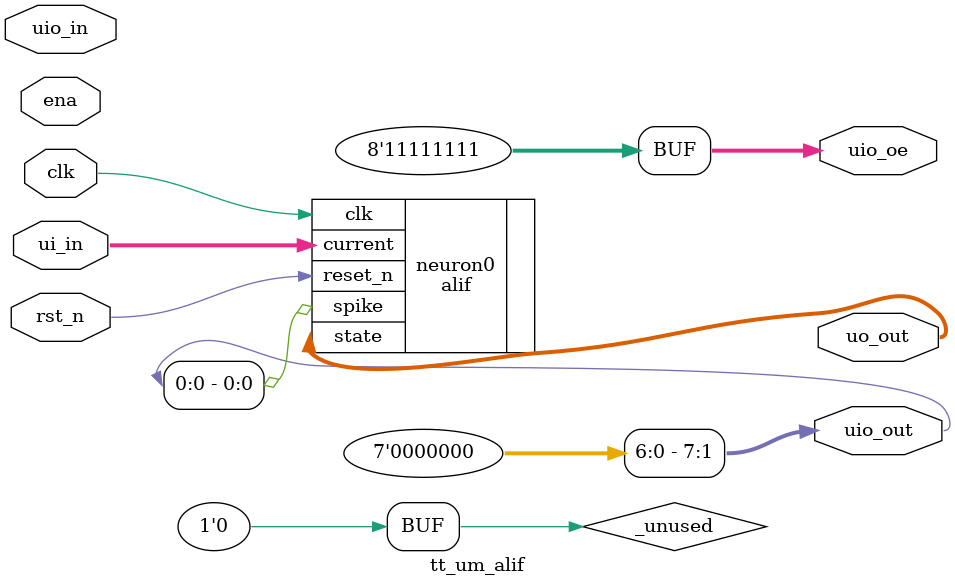
<source format=v>
/*
 * Copyright (c) 2024 Marco Frank
 * SPDX-License-Identifier: Apache-2.0
 */

`default_nettype none

module tt_um_alif (
    input  wire [7:0] ui_in,    // Dedicated inputs
    output wire [7:0] uo_out,   // Dedicated outputs
    input  wire [7:0] uio_in,   // IOs: Input path
    output wire [7:0] uio_out,  // IOs: Output path
    output wire [7:0] uio_oe,   // IOs: Enable path (active high: 0=input, 1=output)
    input  wire       ena,      // always 1 when the design is powered, so you can ignore it
    input  wire       clk,      // clock
    input  wire       rst_n     // reset_n - low to reset
);

  // PINS --------------------------------------------------
  // ui_in[7:0]   = input current
  // uo_out[7:0]  = state output
  // uio_in[7:0]  = unused
  // uio_out[0]   = spike output (high for one cycle when V >= 30)
  // uio_out[7:1] = all 0s
  // uio_oe[7:0]  = all 1s
  // -------------------------------------------------------

  assign uio_out[7:1] = 7'b0;
  assign uio_oe       = 8'hFF;

  wire _unused = &{ena, uio_in, 1'b0};

  localparam BASE_THRESHOLD = 8'd120; // Works well
  localparam ADAPT_STEP = 8'd20; // Works well
  localparam RESET_VALUE = 8'd0; // Works well

  alif #(
      .BASE_THRESHOLD(BASE_THRESHOLD),
      .ADAPT_STEP    (ADAPT_STEP),
      .RESET_VALUE   (RESET_VALUE)
  ) neuron0 (
      .current (ui_in),
      .clk     (clk),
      .reset_n (rst_n),
      .state   (uo_out),
      .spike   (uio_out[0])
  );

endmodule
</source>
